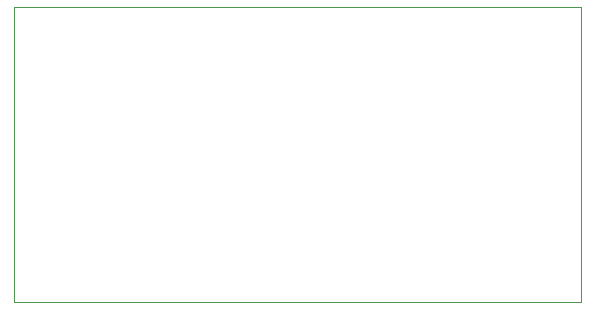
<source format=gbr>
%TF.GenerationSoftware,KiCad,Pcbnew,(5.1.12)-1*%
%TF.CreationDate,2023-06-15T15:44:25+02:00*%
%TF.ProjectId,cs2,6373322e-6b69-4636-9164-5f7063625858,rev?*%
%TF.SameCoordinates,Original*%
%TF.FileFunction,Profile,NP*%
%FSLAX46Y46*%
G04 Gerber Fmt 4.6, Leading zero omitted, Abs format (unit mm)*
G04 Created by KiCad (PCBNEW (5.1.12)-1) date 2023-06-15 15:44:25*
%MOMM*%
%LPD*%
G01*
G04 APERTURE LIST*
%TA.AperFunction,Profile*%
%ADD10C,0.050000*%
%TD*%
G04 APERTURE END LIST*
D10*
X173920000Y-95210000D02*
X125920000Y-95210000D01*
X173920000Y-120210000D02*
X173920000Y-95210000D01*
X125920000Y-120210000D02*
X173920000Y-120210000D01*
X125920000Y-95210000D02*
X125920000Y-120210000D01*
M02*

</source>
